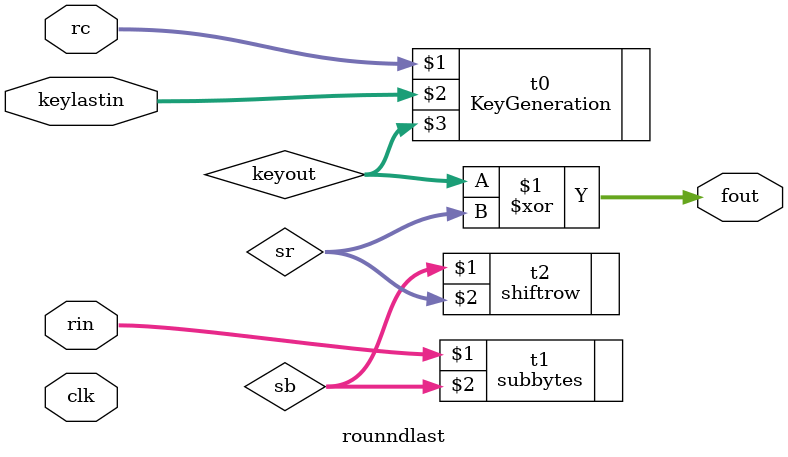
<source format=v>
`timescale 1ns / 1ps

module rounndlast(clk,rc,rin,keylastin,fout);
input clk;
input [3:0]rc;
input [127:0]rin;
input [127:0]keylastin;
output [127:0]fout;

wire [127:0] sb,sr,mcl,keyout;

KeyGeneration t0(rc,keylastin,keyout);
subbytes t1(rin,sb);
shiftrow t2(sb,sr);
assign fout= keyout^sr;

endmodule

</source>
